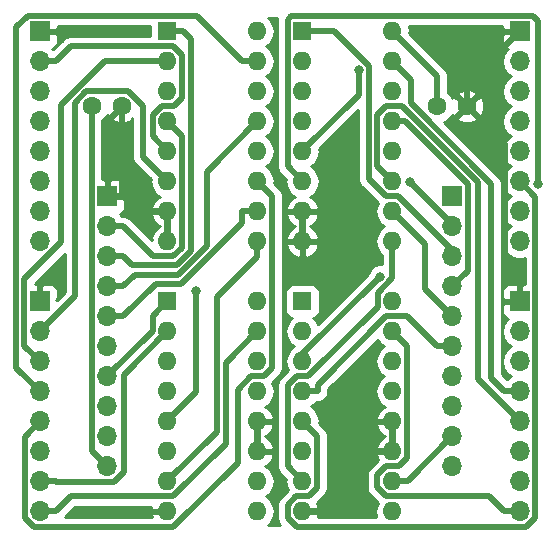
<source format=gbr>
G04 #@! TF.GenerationSoftware,KiCad,Pcbnew,(5.0.1-3-g963ef8bb5)*
G04 #@! TF.CreationDate,2019-11-01T03:37:21+09:00*
G04 #@! TF.ProjectId,DDAC8SEXT,4444414338534558542E6B696361645F,rev?*
G04 #@! TF.SameCoordinates,Original*
G04 #@! TF.FileFunction,Copper,L2,Bot,Signal*
G04 #@! TF.FilePolarity,Positive*
%FSLAX46Y46*%
G04 Gerber Fmt 4.6, Leading zero omitted, Abs format (unit mm)*
G04 Created by KiCad (PCBNEW (5.0.1-3-g963ef8bb5)) date 2019 November 01, Friday 03:37:21*
%MOMM*%
%LPD*%
G01*
G04 APERTURE LIST*
G04 #@! TA.AperFunction,ComponentPad*
%ADD10C,1.600000*%
G04 #@! TD*
G04 #@! TA.AperFunction,ComponentPad*
%ADD11R,1.700000X1.700000*%
G04 #@! TD*
G04 #@! TA.AperFunction,ComponentPad*
%ADD12O,1.700000X1.700000*%
G04 #@! TD*
G04 #@! TA.AperFunction,ComponentPad*
%ADD13R,1.600000X1.600000*%
G04 #@! TD*
G04 #@! TA.AperFunction,ComponentPad*
%ADD14O,1.600000X1.600000*%
G04 #@! TD*
G04 #@! TA.AperFunction,ViaPad*
%ADD15C,0.800000*%
G04 #@! TD*
G04 #@! TA.AperFunction,Conductor*
%ADD16C,0.500000*%
G04 #@! TD*
G04 #@! TA.AperFunction,Conductor*
%ADD17C,0.254000*%
G04 #@! TD*
G04 APERTURE END LIST*
D10*
G04 #@! TO.P,C1,1*
G04 #@! TO.N,+5V*
X100965000Y-83185000D03*
G04 #@! TO.P,C1,2*
G04 #@! TO.N,GND*
X103465000Y-83185000D03*
G04 #@! TD*
G04 #@! TO.P,C2,2*
G04 #@! TO.N,GND*
X132675000Y-83185000D03*
G04 #@! TO.P,C2,1*
G04 #@! TO.N,+5V*
X130175000Y-83185000D03*
G04 #@! TD*
D11*
G04 #@! TO.P,J1,1*
G04 #@! TO.N,GND*
X102235000Y-90805000D03*
D12*
G04 #@! TO.P,J1,2*
G04 #@! TO.N,/L0*
X102235000Y-93345000D03*
G04 #@! TO.P,J1,3*
G04 #@! TO.N,/L1*
X102235000Y-95885000D03*
G04 #@! TO.P,J1,4*
G04 #@! TO.N,/L2*
X102235000Y-98425000D03*
G04 #@! TO.P,J1,5*
G04 #@! TO.N,/L3*
X102235000Y-100965000D03*
G04 #@! TO.P,J1,6*
G04 #@! TO.N,/L4*
X102235000Y-103505000D03*
G04 #@! TO.P,J1,7*
G04 #@! TO.N,/L5*
X102235000Y-106045000D03*
G04 #@! TO.P,J1,8*
G04 #@! TO.N,/L6*
X102235000Y-108585000D03*
G04 #@! TO.P,J1,9*
G04 #@! TO.N,/L7*
X102235000Y-111125000D03*
G04 #@! TO.P,J1,10*
G04 #@! TO.N,+5V*
X102235000Y-113665000D03*
G04 #@! TD*
D11*
G04 #@! TO.P,J2,1*
G04 #@! TO.N,GND*
X96520000Y-76835000D03*
D12*
G04 #@! TO.P,J2,2*
G04 #@! TO.N,/A0*
X96520000Y-79375000D03*
G04 #@! TO.P,J2,3*
G04 #@! TO.N,/A1*
X96520000Y-81915000D03*
G04 #@! TO.P,J2,4*
G04 #@! TO.N,/A2*
X96520000Y-84455000D03*
G04 #@! TO.P,J2,5*
G04 #@! TO.N,/A3*
X96520000Y-86995000D03*
G04 #@! TO.P,J2,6*
G04 #@! TO.N,/A4*
X96520000Y-89535000D03*
G04 #@! TO.P,J2,7*
G04 #@! TO.N,/A5*
X96520000Y-92075000D03*
G04 #@! TO.P,J2,8*
G04 #@! TO.N,/A6*
X96520000Y-94615000D03*
G04 #@! TD*
G04 #@! TO.P,J3,8*
G04 #@! TO.N,/B6*
X96520000Y-117475000D03*
G04 #@! TO.P,J3,7*
G04 #@! TO.N,/B5*
X96520000Y-114935000D03*
G04 #@! TO.P,J3,6*
G04 #@! TO.N,/B4*
X96520000Y-112395000D03*
G04 #@! TO.P,J3,5*
G04 #@! TO.N,/B3*
X96520000Y-109855000D03*
G04 #@! TO.P,J3,4*
G04 #@! TO.N,/B2*
X96520000Y-107315000D03*
G04 #@! TO.P,J3,3*
G04 #@! TO.N,/B1*
X96520000Y-104775000D03*
G04 #@! TO.P,J3,2*
G04 #@! TO.N,/B0*
X96520000Y-102235000D03*
D11*
G04 #@! TO.P,J3,1*
G04 #@! TO.N,GND*
X96520000Y-99695000D03*
G04 #@! TD*
D12*
G04 #@! TO.P,J4,10*
G04 #@! TO.N,+5V*
X131445000Y-113665000D03*
G04 #@! TO.P,J4,9*
G04 #@! TO.N,/R7*
X131445000Y-111125000D03*
G04 #@! TO.P,J4,8*
G04 #@! TO.N,/R6*
X131445000Y-108585000D03*
G04 #@! TO.P,J4,7*
G04 #@! TO.N,/R5*
X131445000Y-106045000D03*
G04 #@! TO.P,J4,6*
G04 #@! TO.N,/R4*
X131445000Y-103505000D03*
G04 #@! TO.P,J4,5*
G04 #@! TO.N,/R3*
X131445000Y-100965000D03*
G04 #@! TO.P,J4,4*
G04 #@! TO.N,/R2*
X131445000Y-98425000D03*
G04 #@! TO.P,J4,3*
G04 #@! TO.N,/R1*
X131445000Y-95885000D03*
G04 #@! TO.P,J4,2*
G04 #@! TO.N,/R0*
X131445000Y-93345000D03*
D11*
G04 #@! TO.P,J4,1*
G04 #@! TO.N,GND*
X131445000Y-90805000D03*
G04 #@! TD*
G04 #@! TO.P,J5,1*
G04 #@! TO.N,GND*
X137160000Y-76835000D03*
D12*
G04 #@! TO.P,J5,2*
G04 #@! TO.N,/C0*
X137160000Y-79375000D03*
G04 #@! TO.P,J5,3*
G04 #@! TO.N,/C1*
X137160000Y-81915000D03*
G04 #@! TO.P,J5,4*
G04 #@! TO.N,/C2*
X137160000Y-84455000D03*
G04 #@! TO.P,J5,5*
G04 #@! TO.N,/C3*
X137160000Y-86995000D03*
G04 #@! TO.P,J5,6*
G04 #@! TO.N,/C4*
X137160000Y-89535000D03*
G04 #@! TO.P,J5,7*
G04 #@! TO.N,/C5*
X137160000Y-92075000D03*
G04 #@! TO.P,J5,8*
G04 #@! TO.N,/C6*
X137160000Y-94615000D03*
G04 #@! TD*
G04 #@! TO.P,J6,8*
G04 #@! TO.N,/D6*
X137160000Y-117475000D03*
G04 #@! TO.P,J6,7*
G04 #@! TO.N,/D5*
X137160000Y-114935000D03*
G04 #@! TO.P,J6,6*
G04 #@! TO.N,/D4*
X137160000Y-112395000D03*
G04 #@! TO.P,J6,5*
G04 #@! TO.N,/D3*
X137160000Y-109855000D03*
G04 #@! TO.P,J6,4*
G04 #@! TO.N,/D2*
X137160000Y-107315000D03*
G04 #@! TO.P,J6,3*
G04 #@! TO.N,/D1*
X137160000Y-104775000D03*
G04 #@! TO.P,J6,2*
G04 #@! TO.N,/D0*
X137160000Y-102235000D03*
D11*
G04 #@! TO.P,J6,1*
G04 #@! TO.N,GND*
X137160000Y-99695000D03*
G04 #@! TD*
D13*
G04 #@! TO.P,U1,1*
G04 #@! TO.N,/L1*
X107315000Y-76835000D03*
D14*
G04 #@! TO.P,U1,9*
G04 #@! TO.N,/LC*
X114935000Y-94615000D03*
G04 #@! TO.P,U1,2*
G04 #@! TO.N,/B1*
X107315000Y-79375000D03*
G04 #@! TO.P,U1,10*
G04 #@! TO.N,/L3*
X114935000Y-92075000D03*
G04 #@! TO.P,U1,3*
G04 #@! TO.N,/A1*
X107315000Y-81915000D03*
G04 #@! TO.P,U1,11*
G04 #@! TO.N,/B3*
X114935000Y-89535000D03*
G04 #@! TO.P,U1,4*
G04 #@! TO.N,/L0*
X107315000Y-84455000D03*
G04 #@! TO.P,U1,12*
G04 #@! TO.N,/A3*
X114935000Y-86995000D03*
G04 #@! TO.P,U1,5*
G04 #@! TO.N,/A0*
X107315000Y-86995000D03*
G04 #@! TO.P,U1,13*
G04 #@! TO.N,/L2*
X114935000Y-84455000D03*
G04 #@! TO.P,U1,6*
G04 #@! TO.N,/B0*
X107315000Y-89535000D03*
G04 #@! TO.P,U1,14*
G04 #@! TO.N,/A2*
X114935000Y-81915000D03*
G04 #@! TO.P,U1,7*
G04 #@! TO.N,GND*
X107315000Y-92075000D03*
G04 #@! TO.P,U1,15*
G04 #@! TO.N,/B2*
X114935000Y-79375000D03*
G04 #@! TO.P,U1,8*
G04 #@! TO.N,GND*
X107315000Y-94615000D03*
G04 #@! TO.P,U1,16*
G04 #@! TO.N,+5V*
X114935000Y-76835000D03*
G04 #@! TD*
G04 #@! TO.P,U2,16*
G04 #@! TO.N,+5V*
X114935000Y-99695000D03*
G04 #@! TO.P,U2,8*
G04 #@! TO.N,GND*
X107315000Y-117475000D03*
G04 #@! TO.P,U2,15*
G04 #@! TO.N,/B6*
X114935000Y-102235000D03*
G04 #@! TO.P,U2,7*
G04 #@! TO.N,/LC*
X107315000Y-114935000D03*
G04 #@! TO.P,U2,14*
G04 #@! TO.N,/A6*
X114935000Y-104775000D03*
G04 #@! TO.P,U2,6*
G04 #@! TO.N,/B4*
X107315000Y-112395000D03*
G04 #@! TO.P,U2,13*
G04 #@! TO.N,/L6*
X114935000Y-107315000D03*
G04 #@! TO.P,U2,5*
G04 #@! TO.N,/A4*
X107315000Y-109855000D03*
G04 #@! TO.P,U2,12*
G04 #@! TO.N,GND*
X114935000Y-109855000D03*
G04 #@! TO.P,U2,4*
G04 #@! TO.N,/L4*
X107315000Y-107315000D03*
G04 #@! TO.P,U2,11*
G04 #@! TO.N,GND*
X114935000Y-112395000D03*
G04 #@! TO.P,U2,3*
G04 #@! TO.N,/A5*
X107315000Y-104775000D03*
G04 #@! TO.P,U2,10*
G04 #@! TO.N,/L7*
X114935000Y-114935000D03*
G04 #@! TO.P,U2,2*
G04 #@! TO.N,/B5*
X107315000Y-102235000D03*
G04 #@! TO.P,U2,9*
G04 #@! TO.N,N/C*
X114935000Y-117475000D03*
D13*
G04 #@! TO.P,U2,1*
G04 #@! TO.N,/L5*
X107315000Y-99695000D03*
G04 #@! TD*
G04 #@! TO.P,U3,1*
G04 #@! TO.N,/R1*
X118745000Y-76835000D03*
D14*
G04 #@! TO.P,U3,9*
G04 #@! TO.N,/RC*
X126365000Y-94615000D03*
G04 #@! TO.P,U3,2*
G04 #@! TO.N,/D1*
X118745000Y-79375000D03*
G04 #@! TO.P,U3,10*
G04 #@! TO.N,/R3*
X126365000Y-92075000D03*
G04 #@! TO.P,U3,3*
G04 #@! TO.N,/C1*
X118745000Y-81915000D03*
G04 #@! TO.P,U3,11*
G04 #@! TO.N,/D3*
X126365000Y-89535000D03*
G04 #@! TO.P,U3,4*
G04 #@! TO.N,/R0*
X118745000Y-84455000D03*
G04 #@! TO.P,U3,12*
G04 #@! TO.N,/C3*
X126365000Y-86995000D03*
G04 #@! TO.P,U3,5*
G04 #@! TO.N,/C0*
X118745000Y-86995000D03*
G04 #@! TO.P,U3,13*
G04 #@! TO.N,/R2*
X126365000Y-84455000D03*
G04 #@! TO.P,U3,6*
G04 #@! TO.N,/D0*
X118745000Y-89535000D03*
G04 #@! TO.P,U3,14*
G04 #@! TO.N,/C2*
X126365000Y-81915000D03*
G04 #@! TO.P,U3,7*
G04 #@! TO.N,GND*
X118745000Y-92075000D03*
G04 #@! TO.P,U3,15*
G04 #@! TO.N,/D2*
X126365000Y-79375000D03*
G04 #@! TO.P,U3,8*
G04 #@! TO.N,GND*
X118745000Y-94615000D03*
G04 #@! TO.P,U3,16*
G04 #@! TO.N,+5V*
X126365000Y-76835000D03*
G04 #@! TD*
G04 #@! TO.P,U4,16*
G04 #@! TO.N,+5V*
X126365000Y-99695000D03*
G04 #@! TO.P,U4,8*
G04 #@! TO.N,GND*
X118745000Y-117475000D03*
G04 #@! TO.P,U4,15*
G04 #@! TO.N,/D6*
X126365000Y-102235000D03*
G04 #@! TO.P,U4,7*
G04 #@! TO.N,/RC*
X118745000Y-114935000D03*
G04 #@! TO.P,U4,14*
G04 #@! TO.N,/C6*
X126365000Y-104775000D03*
G04 #@! TO.P,U4,6*
G04 #@! TO.N,/D4*
X118745000Y-112395000D03*
G04 #@! TO.P,U4,13*
G04 #@! TO.N,/R6*
X126365000Y-107315000D03*
G04 #@! TO.P,U4,5*
G04 #@! TO.N,/C4*
X118745000Y-109855000D03*
G04 #@! TO.P,U4,12*
G04 #@! TO.N,GND*
X126365000Y-109855000D03*
G04 #@! TO.P,U4,4*
G04 #@! TO.N,/R4*
X118745000Y-107315000D03*
G04 #@! TO.P,U4,11*
G04 #@! TO.N,GND*
X126365000Y-112395000D03*
G04 #@! TO.P,U4,3*
G04 #@! TO.N,/C5*
X118745000Y-104775000D03*
G04 #@! TO.P,U4,10*
G04 #@! TO.N,/R7*
X126365000Y-114935000D03*
G04 #@! TO.P,U4,2*
G04 #@! TO.N,/D5*
X118745000Y-102235000D03*
G04 #@! TO.P,U4,9*
G04 #@! TO.N,N/C*
X126365000Y-117475000D03*
D13*
G04 #@! TO.P,U4,1*
G04 #@! TO.N,/R5*
X118745000Y-99695000D03*
G04 #@! TD*
D15*
G04 #@! TO.N,/A4*
X109761300Y-98826500D03*
G04 #@! TO.N,/R0*
X127875000Y-89572100D03*
G04 #@! TO.N,/C0*
X123510400Y-80135900D03*
G04 #@! TO.N,/C5*
X125312600Y-97598900D03*
G04 #@! TO.N,/D0*
X138646800Y-89767700D03*
G04 #@! TD*
D16*
G04 #@! TO.N,+5V*
X130175000Y-83185000D02*
X130175000Y-80645000D01*
X130175000Y-80645000D02*
X126365000Y-76835000D01*
X100965000Y-83185000D02*
X100914700Y-83235300D01*
X100914700Y-83235300D02*
X100914700Y-112344700D01*
X100914700Y-112344700D02*
X102235000Y-113665000D01*
G04 #@! TO.N,GND*
X137160000Y-99695000D02*
X137160000Y-98345000D01*
X137160000Y-98345000D02*
X135859600Y-97044600D01*
X135859600Y-97044600D02*
X135859600Y-86369600D01*
X135859600Y-86369600D02*
X132675000Y-83185000D01*
X114935000Y-112395000D02*
X114935000Y-109855000D01*
X118745000Y-94615000D02*
X118745000Y-92075000D01*
X137160000Y-76835000D02*
X132675000Y-81320000D01*
X132675000Y-81320000D02*
X132675000Y-83185000D01*
X125065000Y-112395000D02*
X120045000Y-117415000D01*
X120045000Y-117415000D02*
X120045000Y-117475000D01*
X107315000Y-92075000D02*
X106015000Y-92075000D01*
X126365000Y-112395000D02*
X125065000Y-112395000D01*
X118745000Y-117475000D02*
X120045000Y-117475000D01*
X126365000Y-112395000D02*
X126365000Y-111155000D01*
X103465000Y-90805000D02*
X102235000Y-90805000D01*
X106015000Y-92075000D02*
X104745000Y-90805000D01*
X104745000Y-90805000D02*
X103465000Y-90805000D01*
X103465000Y-90805000D02*
X103465000Y-83185000D01*
X126365000Y-109855000D02*
X126365000Y-111155000D01*
X107315000Y-94615000D02*
X107315000Y-92075000D01*
G04 #@! TO.N,/L0*
X102235000Y-93345000D02*
X103585000Y-93345000D01*
X107315000Y-84455000D02*
X108565400Y-85705400D01*
X108565400Y-85705400D02*
X108565400Y-95136500D01*
X108565400Y-95136500D02*
X107816900Y-95885000D01*
X107816900Y-95885000D02*
X106125000Y-95885000D01*
X106125000Y-95885000D02*
X103585000Y-93345000D01*
G04 #@! TO.N,/L1*
X103585000Y-95885000D02*
X104285400Y-96585400D01*
X104285400Y-96585400D02*
X108107000Y-96585400D01*
X108107000Y-96585400D02*
X109286000Y-95406400D01*
X109286000Y-95406400D02*
X109286000Y-77506000D01*
X109286000Y-77506000D02*
X108615000Y-76835000D01*
X107315000Y-76835000D02*
X108615000Y-76835000D01*
X102235000Y-95885000D02*
X103585000Y-95885000D01*
G04 #@! TO.N,/L2*
X103585000Y-98425000D02*
X104539600Y-97470400D01*
X104539600Y-97470400D02*
X108212500Y-97470400D01*
X108212500Y-97470400D02*
X110686600Y-94996300D01*
X110686600Y-94996300D02*
X110686600Y-88703400D01*
X110686600Y-88703400D02*
X114935000Y-84455000D01*
X102235000Y-98425000D02*
X103585000Y-98425000D01*
G04 #@! TO.N,/L3*
X103585000Y-100965000D02*
X106334700Y-98215300D01*
X106334700Y-98215300D02*
X108458100Y-98215300D01*
X108458100Y-98215300D02*
X113635000Y-93038400D01*
X113635000Y-93038400D02*
X113635000Y-92075000D01*
X114935000Y-92075000D02*
X113635000Y-92075000D01*
X102235000Y-100965000D02*
X103585000Y-100965000D01*
G04 #@! TO.N,/L5*
X107315000Y-99695000D02*
X106064600Y-100945400D01*
X106064600Y-100945400D02*
X106064600Y-102215400D01*
X106064600Y-102215400D02*
X102235000Y-106045000D01*
G04 #@! TO.N,/A0*
X96520000Y-79375000D02*
X97870000Y-79375000D01*
X107315000Y-86995000D02*
X106053600Y-85733600D01*
X106053600Y-85733600D02*
X106053600Y-83943800D01*
X106053600Y-83943800D02*
X106812400Y-83185000D01*
X106812400Y-83185000D02*
X107839400Y-83185000D01*
X107839400Y-83185000D02*
X108585000Y-82439400D01*
X108585000Y-82439400D02*
X108585000Y-78867500D01*
X108585000Y-78867500D02*
X107822600Y-78105100D01*
X107822600Y-78105100D02*
X99139900Y-78105100D01*
X99139900Y-78105100D02*
X97870000Y-79375000D01*
G04 #@! TO.N,/A4*
X107315000Y-109855000D02*
X109761300Y-107408700D01*
X109761300Y-107408700D02*
X109761300Y-98826500D01*
G04 #@! TO.N,/B6*
X114935000Y-102235000D02*
X112231000Y-104939000D01*
X112231000Y-104939000D02*
X112231000Y-111787800D01*
X112231000Y-111787800D02*
X107813800Y-116205000D01*
X107813800Y-116205000D02*
X99140000Y-116205000D01*
X99140000Y-116205000D02*
X97870000Y-117475000D01*
X96520000Y-117475000D02*
X97870000Y-117475000D01*
G04 #@! TO.N,/B5*
X107315000Y-102235000D02*
X103594600Y-105955400D01*
X103594600Y-105955400D02*
X103594600Y-114148400D01*
X103594600Y-114148400D02*
X102769500Y-114973500D01*
X102769500Y-114973500D02*
X97908500Y-114973500D01*
X97908500Y-114973500D02*
X97870000Y-114935000D01*
X96520000Y-114935000D02*
X97870000Y-114935000D01*
G04 #@! TO.N,/B3*
X114935000Y-89535000D02*
X116185400Y-90785400D01*
X116185400Y-90785400D02*
X116185400Y-105325000D01*
X116185400Y-105325000D02*
X115465400Y-106045000D01*
X115465400Y-106045000D02*
X114409100Y-106045000D01*
X114409100Y-106045000D02*
X113281400Y-107172700D01*
X113281400Y-107172700D02*
X113281400Y-113346800D01*
X113281400Y-113346800D02*
X107819500Y-118808700D01*
X107819500Y-118808700D02*
X95995600Y-118808700D01*
X95995600Y-118808700D02*
X95217300Y-118030400D01*
X95217300Y-118030400D02*
X95217300Y-111157700D01*
X95217300Y-111157700D02*
X96520000Y-109855000D01*
G04 #@! TO.N,/B2*
X113635000Y-79375000D02*
X109794600Y-75534600D01*
X109794600Y-75534600D02*
X95467600Y-75534600D01*
X95467600Y-75534600D02*
X94506100Y-76496100D01*
X94506100Y-76496100D02*
X94506100Y-105301100D01*
X94506100Y-105301100D02*
X96520000Y-107315000D01*
X114935000Y-79375000D02*
X113635000Y-79375000D01*
G04 #@! TO.N,/B1*
X107315000Y-79375000D02*
X102013000Y-79375000D01*
X102013000Y-79375000D02*
X98335900Y-83052100D01*
X98335900Y-83052100D02*
X98335900Y-94699200D01*
X98335900Y-94699200D02*
X95206500Y-97828600D01*
X95206500Y-97828600D02*
X95206500Y-103461500D01*
X95206500Y-103461500D02*
X96520000Y-104775000D01*
G04 #@! TO.N,/B0*
X107315000Y-89535000D02*
X105216100Y-87436100D01*
X105216100Y-87436100D02*
X105216100Y-83141700D01*
X105216100Y-83141700D02*
X104000100Y-81925700D01*
X104000100Y-81925700D02*
X100452800Y-81925700D01*
X100452800Y-81925700D02*
X99501700Y-82876800D01*
X99501700Y-82876800D02*
X99501700Y-99253300D01*
X99501700Y-99253300D02*
X96520000Y-102235000D01*
G04 #@! TO.N,/R7*
X126365000Y-114935000D02*
X127665000Y-114935000D01*
X127665000Y-114935000D02*
X127665000Y-114905000D01*
X127665000Y-114905000D02*
X131445000Y-111125000D01*
G04 #@! TO.N,/R4*
X118745000Y-107315000D02*
X120045000Y-107315000D01*
X131445000Y-103505000D02*
X130095000Y-103505000D01*
X120045000Y-107315000D02*
X120045000Y-106777400D01*
X120045000Y-106777400D02*
X125857400Y-100965000D01*
X125857400Y-100965000D02*
X127555000Y-100965000D01*
X127555000Y-100965000D02*
X130095000Y-103505000D01*
G04 #@! TO.N,/R3*
X126365000Y-92075000D02*
X129158300Y-94868300D01*
X129158300Y-94868300D02*
X129158300Y-98678300D01*
X129158300Y-98678300D02*
X131445000Y-100965000D01*
G04 #@! TO.N,/R2*
X126365000Y-84455000D02*
X127437800Y-84455000D01*
X127437800Y-84455000D02*
X132769900Y-89787100D01*
X132769900Y-89787100D02*
X132769900Y-97100100D01*
X132769900Y-97100100D02*
X131445000Y-98425000D01*
G04 #@! TO.N,/R1*
X131445000Y-95885000D02*
X131445000Y-95379000D01*
X131445000Y-95379000D02*
X126871000Y-90805000D01*
X126871000Y-90805000D02*
X125824900Y-90805000D01*
X125824900Y-90805000D02*
X124353700Y-89333800D01*
X124353700Y-89333800D02*
X124353700Y-80495200D01*
X124353700Y-80495200D02*
X124360700Y-80488200D01*
X124360700Y-80488200D02*
X124360700Y-79783600D01*
X124360700Y-79783600D02*
X121412100Y-76835000D01*
X121412100Y-76835000D02*
X118745000Y-76835000D01*
G04 #@! TO.N,/R0*
X127875000Y-89572100D02*
X131445000Y-93142100D01*
X131445000Y-93142100D02*
X131445000Y-93345000D01*
G04 #@! TO.N,/C0*
X118745000Y-86995000D02*
X123510400Y-82229600D01*
X123510400Y-82229600D02*
X123510400Y-80135900D01*
G04 #@! TO.N,/C4*
X118745000Y-109855000D02*
X119995400Y-111105400D01*
X119995400Y-111105400D02*
X119995400Y-115484800D01*
X119995400Y-115484800D02*
X119275200Y-116205000D01*
X119275200Y-116205000D02*
X118232700Y-116205000D01*
X118232700Y-116205000D02*
X117479000Y-116958700D01*
X117479000Y-116958700D02*
X117479000Y-118015900D01*
X117479000Y-118015900D02*
X118270500Y-118807400D01*
X118270500Y-118807400D02*
X137675200Y-118807400D01*
X137675200Y-118807400D02*
X138461500Y-118021100D01*
X138461500Y-118021100D02*
X138461500Y-90836500D01*
X138461500Y-90836500D02*
X137160000Y-89535000D01*
G04 #@! TO.N,/C5*
X118745000Y-104775000D02*
X118745000Y-104166500D01*
X118745000Y-104166500D02*
X125312600Y-97598900D01*
G04 #@! TO.N,/D6*
X137160000Y-117475000D02*
X135810000Y-117475000D01*
X126365000Y-102235000D02*
X127615400Y-103485400D01*
X127615400Y-103485400D02*
X127615400Y-112944800D01*
X127615400Y-112944800D02*
X126895200Y-113665000D01*
X126895200Y-113665000D02*
X125832500Y-113665000D01*
X125832500Y-113665000D02*
X125069300Y-114428200D01*
X125069300Y-114428200D02*
X125069300Y-115448700D01*
X125069300Y-115448700D02*
X125825600Y-116205000D01*
X125825600Y-116205000D02*
X134540000Y-116205000D01*
X134540000Y-116205000D02*
X135810000Y-117475000D01*
G04 #@! TO.N,/D3*
X126365000Y-89535000D02*
X125054200Y-88224200D01*
X125054200Y-88224200D02*
X125054200Y-83939900D01*
X125054200Y-83939900D02*
X125828700Y-83165400D01*
X125828700Y-83165400D02*
X127154200Y-83165400D01*
X127154200Y-83165400D02*
X133603700Y-89614900D01*
X133603700Y-89614900D02*
X133603700Y-106298700D01*
X133603700Y-106298700D02*
X137160000Y-109855000D01*
G04 #@! TO.N,/D2*
X137160000Y-107315000D02*
X135810000Y-107315000D01*
X126365000Y-79375000D02*
X127905600Y-80915600D01*
X127905600Y-80915600D02*
X127905600Y-82926300D01*
X127905600Y-82926300D02*
X134714100Y-89734800D01*
X134714100Y-89734800D02*
X134714100Y-106219100D01*
X134714100Y-106219100D02*
X135810000Y-107315000D01*
G04 #@! TO.N,/D0*
X118745000Y-89535000D02*
X117483800Y-88273800D01*
X117483800Y-88273800D02*
X117483800Y-75830900D01*
X117483800Y-75830900D02*
X117780100Y-75534600D01*
X117780100Y-75534600D02*
X138249300Y-75534600D01*
X138249300Y-75534600D02*
X138646800Y-75932100D01*
X138646800Y-75932100D02*
X138646800Y-89767700D01*
G04 #@! TO.N,/LC*
X114935000Y-95915000D02*
X111530700Y-99319300D01*
X111530700Y-99319300D02*
X111530700Y-110719300D01*
X111530700Y-110719300D02*
X107315000Y-114935000D01*
X114935000Y-94615000D02*
X114935000Y-95915000D01*
G04 #@! TO.N,/RC*
X118745000Y-114935000D02*
X117478800Y-113668800D01*
X117478800Y-113668800D02*
X117478800Y-106808800D01*
X117478800Y-106808800D02*
X118242600Y-106045000D01*
X118242600Y-106045000D02*
X119245400Y-106045000D01*
X119245400Y-106045000D02*
X125112000Y-100178400D01*
X125112000Y-100178400D02*
X125112000Y-99002100D01*
X125112000Y-99002100D02*
X126365000Y-97749100D01*
X126365000Y-97749100D02*
X126365000Y-95915000D01*
X126365000Y-94615000D02*
X126365000Y-95915000D01*
G04 #@! TD*
D17*
G04 #@! TO.N,GND*
G36*
X116581463Y-75830900D02*
X116598801Y-75918066D01*
X116598800Y-88186639D01*
X116581463Y-88273800D01*
X116598800Y-88360961D01*
X116598800Y-88360964D01*
X116650148Y-88619109D01*
X116845751Y-88911849D01*
X116919647Y-88961225D01*
X117316983Y-89358561D01*
X117281887Y-89535000D01*
X117393260Y-90094909D01*
X117710423Y-90569577D01*
X118094108Y-90825947D01*
X117889866Y-90922611D01*
X117513959Y-91337577D01*
X117353096Y-91725961D01*
X117475085Y-91948000D01*
X118618000Y-91948000D01*
X118618000Y-91928000D01*
X118872000Y-91928000D01*
X118872000Y-91948000D01*
X120014915Y-91948000D01*
X120136904Y-91725961D01*
X119976041Y-91337577D01*
X119600134Y-90922611D01*
X119395892Y-90825947D01*
X119779577Y-90569577D01*
X120096740Y-90094909D01*
X120208113Y-89535000D01*
X120096740Y-88975091D01*
X119779577Y-88500423D01*
X119427242Y-88265000D01*
X119779577Y-88029577D01*
X120096740Y-87554909D01*
X120208113Y-86995000D01*
X120173017Y-86818561D01*
X123468701Y-83522878D01*
X123468700Y-89246639D01*
X123451363Y-89333800D01*
X123468700Y-89420961D01*
X123468700Y-89420964D01*
X123520048Y-89679109D01*
X123715651Y-89971849D01*
X123789547Y-90021225D01*
X125121468Y-91353147D01*
X125013260Y-91515091D01*
X124901887Y-92075000D01*
X125013260Y-92634909D01*
X125330423Y-93109577D01*
X125682758Y-93345000D01*
X125330423Y-93580423D01*
X125013260Y-94055091D01*
X124901887Y-94615000D01*
X125013260Y-95174909D01*
X125330423Y-95649577D01*
X125480001Y-95749522D01*
X125480001Y-96563900D01*
X125106726Y-96563900D01*
X124726320Y-96721469D01*
X124435169Y-97012620D01*
X124285170Y-97374752D01*
X120051915Y-101608006D01*
X119779577Y-101200423D01*
X119658894Y-101119785D01*
X119792765Y-101093157D01*
X120002809Y-100952809D01*
X120143157Y-100742765D01*
X120192440Y-100495000D01*
X120192440Y-98895000D01*
X120143157Y-98647235D01*
X120002809Y-98437191D01*
X119792765Y-98296843D01*
X119545000Y-98247560D01*
X117945000Y-98247560D01*
X117697235Y-98296843D01*
X117487191Y-98437191D01*
X117346843Y-98647235D01*
X117297560Y-98895000D01*
X117297560Y-100495000D01*
X117346843Y-100742765D01*
X117487191Y-100952809D01*
X117697235Y-101093157D01*
X117831106Y-101119785D01*
X117710423Y-101200423D01*
X117393260Y-101675091D01*
X117281887Y-102235000D01*
X117393260Y-102794909D01*
X117710423Y-103269577D01*
X118062758Y-103505000D01*
X117710423Y-103740423D01*
X117393260Y-104215091D01*
X117281887Y-104775000D01*
X117393260Y-105334909D01*
X117516568Y-105519453D01*
X116914645Y-106121377D01*
X116840752Y-106170751D01*
X116791378Y-106244644D01*
X116791376Y-106244646D01*
X116645148Y-106463491D01*
X116576463Y-106808800D01*
X116593801Y-106895965D01*
X116593800Y-113581639D01*
X116576463Y-113668800D01*
X116593800Y-113755961D01*
X116593800Y-113755964D01*
X116645148Y-114014109D01*
X116840751Y-114306849D01*
X116914647Y-114356225D01*
X117316983Y-114758561D01*
X117281887Y-114935000D01*
X117393260Y-115494909D01*
X117512603Y-115673518D01*
X116914847Y-116271275D01*
X116840951Y-116320651D01*
X116645348Y-116613391D01*
X116594000Y-116871536D01*
X116594000Y-116871539D01*
X116576663Y-116958700D01*
X116594000Y-117045861D01*
X116594001Y-117928735D01*
X116576663Y-118015900D01*
X116645348Y-118361209D01*
X116791576Y-118580054D01*
X116791578Y-118580056D01*
X116816932Y-118618000D01*
X115807311Y-118618000D01*
X115969577Y-118509577D01*
X116286740Y-118034909D01*
X116398113Y-117475000D01*
X116286740Y-116915091D01*
X115969577Y-116440423D01*
X115617242Y-116205000D01*
X115969577Y-115969577D01*
X116286740Y-115494909D01*
X116398113Y-114935000D01*
X116286740Y-114375091D01*
X115969577Y-113900423D01*
X115585892Y-113644053D01*
X115790134Y-113547389D01*
X116166041Y-113132423D01*
X116326904Y-112744039D01*
X116204915Y-112522000D01*
X115062000Y-112522000D01*
X115062000Y-112542000D01*
X114808000Y-112542000D01*
X114808000Y-112522000D01*
X114788000Y-112522000D01*
X114788000Y-112268000D01*
X114808000Y-112268000D01*
X114808000Y-109982000D01*
X115062000Y-109982000D01*
X115062000Y-112268000D01*
X116204915Y-112268000D01*
X116326904Y-112045961D01*
X116166041Y-111657577D01*
X115790134Y-111242611D01*
X115541633Y-111125000D01*
X115790134Y-111007389D01*
X116166041Y-110592423D01*
X116326904Y-110204039D01*
X116204915Y-109982000D01*
X115062000Y-109982000D01*
X114808000Y-109982000D01*
X114788000Y-109982000D01*
X114788000Y-109728000D01*
X114808000Y-109728000D01*
X114808000Y-109708000D01*
X115062000Y-109708000D01*
X115062000Y-109728000D01*
X116204915Y-109728000D01*
X116326904Y-109505961D01*
X116166041Y-109117577D01*
X115790134Y-108702611D01*
X115585892Y-108605947D01*
X115969577Y-108349577D01*
X116286740Y-107874909D01*
X116398113Y-107315000D01*
X116286740Y-106755091D01*
X116174647Y-106587331D01*
X116749556Y-106012423D01*
X116823449Y-105963049D01*
X116882241Y-105875062D01*
X117019052Y-105670310D01*
X117027781Y-105626424D01*
X117070400Y-105412165D01*
X117070400Y-105412161D01*
X117087737Y-105325000D01*
X117070400Y-105237839D01*
X117070400Y-94964039D01*
X117353096Y-94964039D01*
X117513959Y-95352423D01*
X117889866Y-95767389D01*
X118395959Y-96006914D01*
X118618000Y-95885629D01*
X118618000Y-94742000D01*
X118872000Y-94742000D01*
X118872000Y-95885629D01*
X119094041Y-96006914D01*
X119600134Y-95767389D01*
X119976041Y-95352423D01*
X120136904Y-94964039D01*
X120014915Y-94742000D01*
X118872000Y-94742000D01*
X118618000Y-94742000D01*
X117475085Y-94742000D01*
X117353096Y-94964039D01*
X117070400Y-94964039D01*
X117070400Y-92424039D01*
X117353096Y-92424039D01*
X117513959Y-92812423D01*
X117889866Y-93227389D01*
X118138367Y-93345000D01*
X117889866Y-93462611D01*
X117513959Y-93877577D01*
X117353096Y-94265961D01*
X117475085Y-94488000D01*
X118618000Y-94488000D01*
X118618000Y-92202000D01*
X118872000Y-92202000D01*
X118872000Y-94488000D01*
X120014915Y-94488000D01*
X120136904Y-94265961D01*
X119976041Y-93877577D01*
X119600134Y-93462611D01*
X119351633Y-93345000D01*
X119600134Y-93227389D01*
X119976041Y-92812423D01*
X120136904Y-92424039D01*
X120014915Y-92202000D01*
X118872000Y-92202000D01*
X118618000Y-92202000D01*
X117475085Y-92202000D01*
X117353096Y-92424039D01*
X117070400Y-92424039D01*
X117070400Y-90872561D01*
X117087737Y-90785400D01*
X117070400Y-90698239D01*
X117070400Y-90698235D01*
X117019052Y-90440090D01*
X116974123Y-90372849D01*
X116872824Y-90221245D01*
X116872823Y-90221244D01*
X116823449Y-90147351D01*
X116749556Y-90097977D01*
X116363017Y-89711439D01*
X116398113Y-89535000D01*
X116286740Y-88975091D01*
X115969577Y-88500423D01*
X115617242Y-88265000D01*
X115969577Y-88029577D01*
X116286740Y-87554909D01*
X116398113Y-86995000D01*
X116286740Y-86435091D01*
X115969577Y-85960423D01*
X115617242Y-85725000D01*
X115969577Y-85489577D01*
X116286740Y-85014909D01*
X116398113Y-84455000D01*
X116286740Y-83895091D01*
X115969577Y-83420423D01*
X115617242Y-83185000D01*
X115969577Y-82949577D01*
X116286740Y-82474909D01*
X116398113Y-81915000D01*
X116286740Y-81355091D01*
X115969577Y-80880423D01*
X115617242Y-80645000D01*
X115969577Y-80409577D01*
X116286740Y-79934909D01*
X116398113Y-79375000D01*
X116286740Y-78815091D01*
X115969577Y-78340423D01*
X115617242Y-78105000D01*
X115969577Y-77869577D01*
X116286740Y-77394909D01*
X116398113Y-76835000D01*
X116286740Y-76275091D01*
X115969577Y-75800423D01*
X115807311Y-75692000D01*
X116609092Y-75692000D01*
X116581463Y-75830900D01*
X116581463Y-75830900D01*
G37*
X116581463Y-75830900D02*
X116598801Y-75918066D01*
X116598800Y-88186639D01*
X116581463Y-88273800D01*
X116598800Y-88360961D01*
X116598800Y-88360964D01*
X116650148Y-88619109D01*
X116845751Y-88911849D01*
X116919647Y-88961225D01*
X117316983Y-89358561D01*
X117281887Y-89535000D01*
X117393260Y-90094909D01*
X117710423Y-90569577D01*
X118094108Y-90825947D01*
X117889866Y-90922611D01*
X117513959Y-91337577D01*
X117353096Y-91725961D01*
X117475085Y-91948000D01*
X118618000Y-91948000D01*
X118618000Y-91928000D01*
X118872000Y-91928000D01*
X118872000Y-91948000D01*
X120014915Y-91948000D01*
X120136904Y-91725961D01*
X119976041Y-91337577D01*
X119600134Y-90922611D01*
X119395892Y-90825947D01*
X119779577Y-90569577D01*
X120096740Y-90094909D01*
X120208113Y-89535000D01*
X120096740Y-88975091D01*
X119779577Y-88500423D01*
X119427242Y-88265000D01*
X119779577Y-88029577D01*
X120096740Y-87554909D01*
X120208113Y-86995000D01*
X120173017Y-86818561D01*
X123468701Y-83522878D01*
X123468700Y-89246639D01*
X123451363Y-89333800D01*
X123468700Y-89420961D01*
X123468700Y-89420964D01*
X123520048Y-89679109D01*
X123715651Y-89971849D01*
X123789547Y-90021225D01*
X125121468Y-91353147D01*
X125013260Y-91515091D01*
X124901887Y-92075000D01*
X125013260Y-92634909D01*
X125330423Y-93109577D01*
X125682758Y-93345000D01*
X125330423Y-93580423D01*
X125013260Y-94055091D01*
X124901887Y-94615000D01*
X125013260Y-95174909D01*
X125330423Y-95649577D01*
X125480001Y-95749522D01*
X125480001Y-96563900D01*
X125106726Y-96563900D01*
X124726320Y-96721469D01*
X124435169Y-97012620D01*
X124285170Y-97374752D01*
X120051915Y-101608006D01*
X119779577Y-101200423D01*
X119658894Y-101119785D01*
X119792765Y-101093157D01*
X120002809Y-100952809D01*
X120143157Y-100742765D01*
X120192440Y-100495000D01*
X120192440Y-98895000D01*
X120143157Y-98647235D01*
X120002809Y-98437191D01*
X119792765Y-98296843D01*
X119545000Y-98247560D01*
X117945000Y-98247560D01*
X117697235Y-98296843D01*
X117487191Y-98437191D01*
X117346843Y-98647235D01*
X117297560Y-98895000D01*
X117297560Y-100495000D01*
X117346843Y-100742765D01*
X117487191Y-100952809D01*
X117697235Y-101093157D01*
X117831106Y-101119785D01*
X117710423Y-101200423D01*
X117393260Y-101675091D01*
X117281887Y-102235000D01*
X117393260Y-102794909D01*
X117710423Y-103269577D01*
X118062758Y-103505000D01*
X117710423Y-103740423D01*
X117393260Y-104215091D01*
X117281887Y-104775000D01*
X117393260Y-105334909D01*
X117516568Y-105519453D01*
X116914645Y-106121377D01*
X116840752Y-106170751D01*
X116791378Y-106244644D01*
X116791376Y-106244646D01*
X116645148Y-106463491D01*
X116576463Y-106808800D01*
X116593801Y-106895965D01*
X116593800Y-113581639D01*
X116576463Y-113668800D01*
X116593800Y-113755961D01*
X116593800Y-113755964D01*
X116645148Y-114014109D01*
X116840751Y-114306849D01*
X116914647Y-114356225D01*
X117316983Y-114758561D01*
X117281887Y-114935000D01*
X117393260Y-115494909D01*
X117512603Y-115673518D01*
X116914847Y-116271275D01*
X116840951Y-116320651D01*
X116645348Y-116613391D01*
X116594000Y-116871536D01*
X116594000Y-116871539D01*
X116576663Y-116958700D01*
X116594000Y-117045861D01*
X116594001Y-117928735D01*
X116576663Y-118015900D01*
X116645348Y-118361209D01*
X116791576Y-118580054D01*
X116791578Y-118580056D01*
X116816932Y-118618000D01*
X115807311Y-118618000D01*
X115969577Y-118509577D01*
X116286740Y-118034909D01*
X116398113Y-117475000D01*
X116286740Y-116915091D01*
X115969577Y-116440423D01*
X115617242Y-116205000D01*
X115969577Y-115969577D01*
X116286740Y-115494909D01*
X116398113Y-114935000D01*
X116286740Y-114375091D01*
X115969577Y-113900423D01*
X115585892Y-113644053D01*
X115790134Y-113547389D01*
X116166041Y-113132423D01*
X116326904Y-112744039D01*
X116204915Y-112522000D01*
X115062000Y-112522000D01*
X115062000Y-112542000D01*
X114808000Y-112542000D01*
X114808000Y-112522000D01*
X114788000Y-112522000D01*
X114788000Y-112268000D01*
X114808000Y-112268000D01*
X114808000Y-109982000D01*
X115062000Y-109982000D01*
X115062000Y-112268000D01*
X116204915Y-112268000D01*
X116326904Y-112045961D01*
X116166041Y-111657577D01*
X115790134Y-111242611D01*
X115541633Y-111125000D01*
X115790134Y-111007389D01*
X116166041Y-110592423D01*
X116326904Y-110204039D01*
X116204915Y-109982000D01*
X115062000Y-109982000D01*
X114808000Y-109982000D01*
X114788000Y-109982000D01*
X114788000Y-109728000D01*
X114808000Y-109728000D01*
X114808000Y-109708000D01*
X115062000Y-109708000D01*
X115062000Y-109728000D01*
X116204915Y-109728000D01*
X116326904Y-109505961D01*
X116166041Y-109117577D01*
X115790134Y-108702611D01*
X115585892Y-108605947D01*
X115969577Y-108349577D01*
X116286740Y-107874909D01*
X116398113Y-107315000D01*
X116286740Y-106755091D01*
X116174647Y-106587331D01*
X116749556Y-106012423D01*
X116823449Y-105963049D01*
X116882241Y-105875062D01*
X117019052Y-105670310D01*
X117027781Y-105626424D01*
X117070400Y-105412165D01*
X117070400Y-105412161D01*
X117087737Y-105325000D01*
X117070400Y-105237839D01*
X117070400Y-94964039D01*
X117353096Y-94964039D01*
X117513959Y-95352423D01*
X117889866Y-95767389D01*
X118395959Y-96006914D01*
X118618000Y-95885629D01*
X118618000Y-94742000D01*
X118872000Y-94742000D01*
X118872000Y-95885629D01*
X119094041Y-96006914D01*
X119600134Y-95767389D01*
X119976041Y-95352423D01*
X120136904Y-94964039D01*
X120014915Y-94742000D01*
X118872000Y-94742000D01*
X118618000Y-94742000D01*
X117475085Y-94742000D01*
X117353096Y-94964039D01*
X117070400Y-94964039D01*
X117070400Y-92424039D01*
X117353096Y-92424039D01*
X117513959Y-92812423D01*
X117889866Y-93227389D01*
X118138367Y-93345000D01*
X117889866Y-93462611D01*
X117513959Y-93877577D01*
X117353096Y-94265961D01*
X117475085Y-94488000D01*
X118618000Y-94488000D01*
X118618000Y-92202000D01*
X118872000Y-92202000D01*
X118872000Y-94488000D01*
X120014915Y-94488000D01*
X120136904Y-94265961D01*
X119976041Y-93877577D01*
X119600134Y-93462611D01*
X119351633Y-93345000D01*
X119600134Y-93227389D01*
X119976041Y-92812423D01*
X120136904Y-92424039D01*
X120014915Y-92202000D01*
X118872000Y-92202000D01*
X118618000Y-92202000D01*
X117475085Y-92202000D01*
X117353096Y-92424039D01*
X117070400Y-92424039D01*
X117070400Y-90872561D01*
X117087737Y-90785400D01*
X117070400Y-90698239D01*
X117070400Y-90698235D01*
X117019052Y-90440090D01*
X116974123Y-90372849D01*
X116872824Y-90221245D01*
X116872823Y-90221244D01*
X116823449Y-90147351D01*
X116749556Y-90097977D01*
X116363017Y-89711439D01*
X116398113Y-89535000D01*
X116286740Y-88975091D01*
X115969577Y-88500423D01*
X115617242Y-88265000D01*
X115969577Y-88029577D01*
X116286740Y-87554909D01*
X116398113Y-86995000D01*
X116286740Y-86435091D01*
X115969577Y-85960423D01*
X115617242Y-85725000D01*
X115969577Y-85489577D01*
X116286740Y-85014909D01*
X116398113Y-84455000D01*
X116286740Y-83895091D01*
X115969577Y-83420423D01*
X115617242Y-83185000D01*
X115969577Y-82949577D01*
X116286740Y-82474909D01*
X116398113Y-81915000D01*
X116286740Y-81355091D01*
X115969577Y-80880423D01*
X115617242Y-80645000D01*
X115969577Y-80409577D01*
X116286740Y-79934909D01*
X116398113Y-79375000D01*
X116286740Y-78815091D01*
X115969577Y-78340423D01*
X115617242Y-78105000D01*
X115969577Y-77869577D01*
X116286740Y-77394909D01*
X116398113Y-76835000D01*
X116286740Y-76275091D01*
X115969577Y-75800423D01*
X115807311Y-75692000D01*
X116609092Y-75692000D01*
X116581463Y-75830900D01*
G36*
X105923096Y-117125961D02*
X106045085Y-117348000D01*
X107188000Y-117348000D01*
X107188000Y-117328000D01*
X107442000Y-117328000D01*
X107442000Y-117348000D01*
X107462000Y-117348000D01*
X107462000Y-117602000D01*
X107442000Y-117602000D01*
X107442000Y-117622000D01*
X107188000Y-117622000D01*
X107188000Y-117602000D01*
X106045085Y-117602000D01*
X105923096Y-117824039D01*
X105964374Y-117923700D01*
X98672878Y-117923700D01*
X99506579Y-117090000D01*
X105937991Y-117090000D01*
X105923096Y-117125961D01*
X105923096Y-117125961D01*
G37*
X105923096Y-117125961D02*
X106045085Y-117348000D01*
X107188000Y-117348000D01*
X107188000Y-117328000D01*
X107442000Y-117328000D01*
X107442000Y-117348000D01*
X107462000Y-117348000D01*
X107462000Y-117602000D01*
X107442000Y-117602000D01*
X107442000Y-117622000D01*
X107188000Y-117622000D01*
X107188000Y-117602000D01*
X106045085Y-117602000D01*
X105923096Y-117824039D01*
X105964374Y-117923700D01*
X98672878Y-117923700D01*
X99506579Y-117090000D01*
X105937991Y-117090000D01*
X105923096Y-117125961D01*
G36*
X125330423Y-103269577D02*
X125682758Y-103505000D01*
X125330423Y-103740423D01*
X125013260Y-104215091D01*
X124901887Y-104775000D01*
X125013260Y-105334909D01*
X125330423Y-105809577D01*
X125682758Y-106045000D01*
X125330423Y-106280423D01*
X125013260Y-106755091D01*
X124901887Y-107315000D01*
X125013260Y-107874909D01*
X125330423Y-108349577D01*
X125714108Y-108605947D01*
X125509866Y-108702611D01*
X125133959Y-109117577D01*
X124973096Y-109505961D01*
X125095085Y-109728000D01*
X126238000Y-109728000D01*
X126238000Y-109708000D01*
X126492000Y-109708000D01*
X126492000Y-109728000D01*
X126512000Y-109728000D01*
X126512000Y-109982000D01*
X126492000Y-109982000D01*
X126492000Y-112268000D01*
X126512000Y-112268000D01*
X126512000Y-112522000D01*
X126492000Y-112522000D01*
X126492000Y-112542000D01*
X126238000Y-112542000D01*
X126238000Y-112522000D01*
X125095085Y-112522000D01*
X124973096Y-112744039D01*
X125127966Y-113117955D01*
X124505147Y-113740775D01*
X124431251Y-113790151D01*
X124235648Y-114082891D01*
X124184300Y-114341036D01*
X124184300Y-114341039D01*
X124166963Y-114428200D01*
X124184300Y-114515361D01*
X124184301Y-115361535D01*
X124166963Y-115448700D01*
X124235648Y-115794009D01*
X124381876Y-116012854D01*
X124381878Y-116012856D01*
X124431252Y-116086749D01*
X124505145Y-116136123D01*
X125121748Y-116752727D01*
X125013260Y-116915091D01*
X124901887Y-117475000D01*
X124990881Y-117922400D01*
X120096164Y-117922400D01*
X120136904Y-117824039D01*
X120014915Y-117602000D01*
X118872000Y-117602000D01*
X118872000Y-117622000D01*
X118618000Y-117622000D01*
X118618000Y-117602000D01*
X118598000Y-117602000D01*
X118598000Y-117348000D01*
X118618000Y-117348000D01*
X118618000Y-117328000D01*
X118872000Y-117328000D01*
X118872000Y-117348000D01*
X120014915Y-117348000D01*
X120136904Y-117125961D01*
X119981360Y-116750418D01*
X120559556Y-116172223D01*
X120633449Y-116122849D01*
X120688808Y-116040000D01*
X120829052Y-115830110D01*
X120847244Y-115738652D01*
X120880400Y-115571965D01*
X120880400Y-115571961D01*
X120897737Y-115484800D01*
X120880400Y-115397639D01*
X120880400Y-111192561D01*
X120897737Y-111105400D01*
X120880400Y-111018239D01*
X120880400Y-111018235D01*
X120829052Y-110760090D01*
X120801798Y-110719301D01*
X120682824Y-110541245D01*
X120682823Y-110541244D01*
X120633449Y-110467351D01*
X120559556Y-110417977D01*
X120345618Y-110204039D01*
X124973096Y-110204039D01*
X125133959Y-110592423D01*
X125509866Y-111007389D01*
X125758367Y-111125000D01*
X125509866Y-111242611D01*
X125133959Y-111657577D01*
X124973096Y-112045961D01*
X125095085Y-112268000D01*
X126238000Y-112268000D01*
X126238000Y-109982000D01*
X125095085Y-109982000D01*
X124973096Y-110204039D01*
X120345618Y-110204039D01*
X120173017Y-110031439D01*
X120208113Y-109855000D01*
X120096740Y-109295091D01*
X119779577Y-108820423D01*
X119427242Y-108585000D01*
X119779577Y-108349577D01*
X119879521Y-108200000D01*
X119957835Y-108200000D01*
X120045000Y-108217338D01*
X120132164Y-108200000D01*
X120132165Y-108200000D01*
X120390310Y-108148652D01*
X120683049Y-107953049D01*
X120878652Y-107660310D01*
X120921112Y-107446849D01*
X120930000Y-107402165D01*
X120930000Y-107402164D01*
X120947338Y-107315000D01*
X120930000Y-107227835D01*
X120930000Y-107143978D01*
X125119728Y-102954250D01*
X125330423Y-103269577D01*
X125330423Y-103269577D01*
G37*
X125330423Y-103269577D02*
X125682758Y-103505000D01*
X125330423Y-103740423D01*
X125013260Y-104215091D01*
X124901887Y-104775000D01*
X125013260Y-105334909D01*
X125330423Y-105809577D01*
X125682758Y-106045000D01*
X125330423Y-106280423D01*
X125013260Y-106755091D01*
X124901887Y-107315000D01*
X125013260Y-107874909D01*
X125330423Y-108349577D01*
X125714108Y-108605947D01*
X125509866Y-108702611D01*
X125133959Y-109117577D01*
X124973096Y-109505961D01*
X125095085Y-109728000D01*
X126238000Y-109728000D01*
X126238000Y-109708000D01*
X126492000Y-109708000D01*
X126492000Y-109728000D01*
X126512000Y-109728000D01*
X126512000Y-109982000D01*
X126492000Y-109982000D01*
X126492000Y-112268000D01*
X126512000Y-112268000D01*
X126512000Y-112522000D01*
X126492000Y-112522000D01*
X126492000Y-112542000D01*
X126238000Y-112542000D01*
X126238000Y-112522000D01*
X125095085Y-112522000D01*
X124973096Y-112744039D01*
X125127966Y-113117955D01*
X124505147Y-113740775D01*
X124431251Y-113790151D01*
X124235648Y-114082891D01*
X124184300Y-114341036D01*
X124184300Y-114341039D01*
X124166963Y-114428200D01*
X124184300Y-114515361D01*
X124184301Y-115361535D01*
X124166963Y-115448700D01*
X124235648Y-115794009D01*
X124381876Y-116012854D01*
X124381878Y-116012856D01*
X124431252Y-116086749D01*
X124505145Y-116136123D01*
X125121748Y-116752727D01*
X125013260Y-116915091D01*
X124901887Y-117475000D01*
X124990881Y-117922400D01*
X120096164Y-117922400D01*
X120136904Y-117824039D01*
X120014915Y-117602000D01*
X118872000Y-117602000D01*
X118872000Y-117622000D01*
X118618000Y-117622000D01*
X118618000Y-117602000D01*
X118598000Y-117602000D01*
X118598000Y-117348000D01*
X118618000Y-117348000D01*
X118618000Y-117328000D01*
X118872000Y-117328000D01*
X118872000Y-117348000D01*
X120014915Y-117348000D01*
X120136904Y-117125961D01*
X119981360Y-116750418D01*
X120559556Y-116172223D01*
X120633449Y-116122849D01*
X120688808Y-116040000D01*
X120829052Y-115830110D01*
X120847244Y-115738652D01*
X120880400Y-115571965D01*
X120880400Y-115571961D01*
X120897737Y-115484800D01*
X120880400Y-115397639D01*
X120880400Y-111192561D01*
X120897737Y-111105400D01*
X120880400Y-111018239D01*
X120880400Y-111018235D01*
X120829052Y-110760090D01*
X120801798Y-110719301D01*
X120682824Y-110541245D01*
X120682823Y-110541244D01*
X120633449Y-110467351D01*
X120559556Y-110417977D01*
X120345618Y-110204039D01*
X124973096Y-110204039D01*
X125133959Y-110592423D01*
X125509866Y-111007389D01*
X125758367Y-111125000D01*
X125509866Y-111242611D01*
X125133959Y-111657577D01*
X124973096Y-112045961D01*
X125095085Y-112268000D01*
X126238000Y-112268000D01*
X126238000Y-109982000D01*
X125095085Y-109982000D01*
X124973096Y-110204039D01*
X120345618Y-110204039D01*
X120173017Y-110031439D01*
X120208113Y-109855000D01*
X120096740Y-109295091D01*
X119779577Y-108820423D01*
X119427242Y-108585000D01*
X119779577Y-108349577D01*
X119879521Y-108200000D01*
X119957835Y-108200000D01*
X120045000Y-108217338D01*
X120132164Y-108200000D01*
X120132165Y-108200000D01*
X120390310Y-108148652D01*
X120683049Y-107953049D01*
X120878652Y-107660310D01*
X120921112Y-107446849D01*
X120930000Y-107402165D01*
X120930000Y-107402164D01*
X120947338Y-107315000D01*
X120930000Y-107227835D01*
X120930000Y-107143978D01*
X125119728Y-102954250D01*
X125330423Y-103269577D01*
G36*
X135675000Y-76549250D02*
X135833750Y-76708000D01*
X137033000Y-76708000D01*
X137033000Y-76688000D01*
X137287000Y-76688000D01*
X137287000Y-76708000D01*
X137307000Y-76708000D01*
X137307000Y-76962000D01*
X137287000Y-76962000D01*
X137287000Y-76982000D01*
X137033000Y-76982000D01*
X137033000Y-76962000D01*
X135833750Y-76962000D01*
X135675000Y-77120750D01*
X135675000Y-77811310D01*
X135771673Y-78044699D01*
X135950302Y-78223327D01*
X136111033Y-78289904D01*
X136089375Y-78304375D01*
X135761161Y-78795582D01*
X135645908Y-79375000D01*
X135761161Y-79954418D01*
X136089375Y-80445625D01*
X136387761Y-80645000D01*
X136089375Y-80844375D01*
X135761161Y-81335582D01*
X135645908Y-81915000D01*
X135761161Y-82494418D01*
X136089375Y-82985625D01*
X136387761Y-83185000D01*
X136089375Y-83384375D01*
X135761161Y-83875582D01*
X135645908Y-84455000D01*
X135761161Y-85034418D01*
X136089375Y-85525625D01*
X136387761Y-85725000D01*
X136089375Y-85924375D01*
X135761161Y-86415582D01*
X135645908Y-86995000D01*
X135761161Y-87574418D01*
X136089375Y-88065625D01*
X136387761Y-88265000D01*
X136089375Y-88464375D01*
X135761161Y-88955582D01*
X135645908Y-89535000D01*
X135761161Y-90114418D01*
X136089375Y-90605625D01*
X136387761Y-90805000D01*
X136089375Y-91004375D01*
X135761161Y-91495582D01*
X135645908Y-92075000D01*
X135761161Y-92654418D01*
X136089375Y-93145625D01*
X136387761Y-93345000D01*
X136089375Y-93544375D01*
X135761161Y-94035582D01*
X135645908Y-94615000D01*
X135761161Y-95194418D01*
X136089375Y-95685625D01*
X136580582Y-96013839D01*
X137013744Y-96100000D01*
X137306256Y-96100000D01*
X137576501Y-96046245D01*
X137576501Y-98210000D01*
X137445750Y-98210000D01*
X137287000Y-98368750D01*
X137287000Y-99568000D01*
X137307000Y-99568000D01*
X137307000Y-99822000D01*
X137287000Y-99822000D01*
X137287000Y-99842000D01*
X137033000Y-99842000D01*
X137033000Y-99822000D01*
X135833750Y-99822000D01*
X135675000Y-99980750D01*
X135675000Y-100671310D01*
X135771673Y-100904699D01*
X135950302Y-101083327D01*
X136111033Y-101149904D01*
X136089375Y-101164375D01*
X135761161Y-101655582D01*
X135645908Y-102235000D01*
X135761161Y-102814418D01*
X136089375Y-103305625D01*
X136387761Y-103505000D01*
X136089375Y-103704375D01*
X135761161Y-104195582D01*
X135645908Y-104775000D01*
X135761161Y-105354418D01*
X136089375Y-105845625D01*
X136387761Y-106045000D01*
X136089375Y-106244375D01*
X136049953Y-106303374D01*
X135599100Y-105852522D01*
X135599100Y-98718690D01*
X135675000Y-98718690D01*
X135675000Y-99409250D01*
X135833750Y-99568000D01*
X137033000Y-99568000D01*
X137033000Y-98368750D01*
X136874250Y-98210000D01*
X136183691Y-98210000D01*
X135950302Y-98306673D01*
X135771673Y-98485301D01*
X135675000Y-98718690D01*
X135599100Y-98718690D01*
X135599100Y-89821959D01*
X135616437Y-89734799D01*
X135599100Y-89647640D01*
X135599100Y-89647635D01*
X135547752Y-89389490D01*
X135414249Y-89189689D01*
X135401524Y-89170645D01*
X135401523Y-89170644D01*
X135352149Y-89096751D01*
X135278256Y-89047378D01*
X130736521Y-84505643D01*
X130987862Y-84401534D01*
X131196651Y-84192745D01*
X131846861Y-84192745D01*
X131920995Y-84438864D01*
X132458223Y-84631965D01*
X133028454Y-84604778D01*
X133429005Y-84438864D01*
X133503139Y-84192745D01*
X132675000Y-83364605D01*
X131846861Y-84192745D01*
X131196651Y-84192745D01*
X131391534Y-83997862D01*
X131418525Y-83932701D01*
X131421136Y-83939005D01*
X131667255Y-84013139D01*
X132495395Y-83185000D01*
X132854605Y-83185000D01*
X133682745Y-84013139D01*
X133928864Y-83939005D01*
X134121965Y-83401777D01*
X134094778Y-82831546D01*
X133928864Y-82430995D01*
X133682745Y-82356861D01*
X132854605Y-83185000D01*
X132495395Y-83185000D01*
X131667255Y-82356861D01*
X131421136Y-82430995D01*
X131418710Y-82437746D01*
X131391534Y-82372138D01*
X131196651Y-82177255D01*
X131846861Y-82177255D01*
X132675000Y-83005395D01*
X133503139Y-82177255D01*
X133429005Y-81931136D01*
X132891777Y-81738035D01*
X132321546Y-81765222D01*
X131920995Y-81931136D01*
X131846861Y-82177255D01*
X131196651Y-82177255D01*
X131060000Y-82040604D01*
X131060000Y-80732161D01*
X131077337Y-80645000D01*
X131060000Y-80557839D01*
X131060000Y-80557835D01*
X131008652Y-80299690D01*
X130908559Y-80149891D01*
X130862424Y-80080845D01*
X130862423Y-80080844D01*
X130813049Y-80006951D01*
X130739156Y-79957577D01*
X127793017Y-77011439D01*
X127828113Y-76835000D01*
X127745485Y-76419600D01*
X135675000Y-76419600D01*
X135675000Y-76549250D01*
X135675000Y-76549250D01*
G37*
X135675000Y-76549250D02*
X135833750Y-76708000D01*
X137033000Y-76708000D01*
X137033000Y-76688000D01*
X137287000Y-76688000D01*
X137287000Y-76708000D01*
X137307000Y-76708000D01*
X137307000Y-76962000D01*
X137287000Y-76962000D01*
X137287000Y-76982000D01*
X137033000Y-76982000D01*
X137033000Y-76962000D01*
X135833750Y-76962000D01*
X135675000Y-77120750D01*
X135675000Y-77811310D01*
X135771673Y-78044699D01*
X135950302Y-78223327D01*
X136111033Y-78289904D01*
X136089375Y-78304375D01*
X135761161Y-78795582D01*
X135645908Y-79375000D01*
X135761161Y-79954418D01*
X136089375Y-80445625D01*
X136387761Y-80645000D01*
X136089375Y-80844375D01*
X135761161Y-81335582D01*
X135645908Y-81915000D01*
X135761161Y-82494418D01*
X136089375Y-82985625D01*
X136387761Y-83185000D01*
X136089375Y-83384375D01*
X135761161Y-83875582D01*
X135645908Y-84455000D01*
X135761161Y-85034418D01*
X136089375Y-85525625D01*
X136387761Y-85725000D01*
X136089375Y-85924375D01*
X135761161Y-86415582D01*
X135645908Y-86995000D01*
X135761161Y-87574418D01*
X136089375Y-88065625D01*
X136387761Y-88265000D01*
X136089375Y-88464375D01*
X135761161Y-88955582D01*
X135645908Y-89535000D01*
X135761161Y-90114418D01*
X136089375Y-90605625D01*
X136387761Y-90805000D01*
X136089375Y-91004375D01*
X135761161Y-91495582D01*
X135645908Y-92075000D01*
X135761161Y-92654418D01*
X136089375Y-93145625D01*
X136387761Y-93345000D01*
X136089375Y-93544375D01*
X135761161Y-94035582D01*
X135645908Y-94615000D01*
X135761161Y-95194418D01*
X136089375Y-95685625D01*
X136580582Y-96013839D01*
X137013744Y-96100000D01*
X137306256Y-96100000D01*
X137576501Y-96046245D01*
X137576501Y-98210000D01*
X137445750Y-98210000D01*
X137287000Y-98368750D01*
X137287000Y-99568000D01*
X137307000Y-99568000D01*
X137307000Y-99822000D01*
X137287000Y-99822000D01*
X137287000Y-99842000D01*
X137033000Y-99842000D01*
X137033000Y-99822000D01*
X135833750Y-99822000D01*
X135675000Y-99980750D01*
X135675000Y-100671310D01*
X135771673Y-100904699D01*
X135950302Y-101083327D01*
X136111033Y-101149904D01*
X136089375Y-101164375D01*
X135761161Y-101655582D01*
X135645908Y-102235000D01*
X135761161Y-102814418D01*
X136089375Y-103305625D01*
X136387761Y-103505000D01*
X136089375Y-103704375D01*
X135761161Y-104195582D01*
X135645908Y-104775000D01*
X135761161Y-105354418D01*
X136089375Y-105845625D01*
X136387761Y-106045000D01*
X136089375Y-106244375D01*
X136049953Y-106303374D01*
X135599100Y-105852522D01*
X135599100Y-98718690D01*
X135675000Y-98718690D01*
X135675000Y-99409250D01*
X135833750Y-99568000D01*
X137033000Y-99568000D01*
X137033000Y-98368750D01*
X136874250Y-98210000D01*
X136183691Y-98210000D01*
X135950302Y-98306673D01*
X135771673Y-98485301D01*
X135675000Y-98718690D01*
X135599100Y-98718690D01*
X135599100Y-89821959D01*
X135616437Y-89734799D01*
X135599100Y-89647640D01*
X135599100Y-89647635D01*
X135547752Y-89389490D01*
X135414249Y-89189689D01*
X135401524Y-89170645D01*
X135401523Y-89170644D01*
X135352149Y-89096751D01*
X135278256Y-89047378D01*
X130736521Y-84505643D01*
X130987862Y-84401534D01*
X131196651Y-84192745D01*
X131846861Y-84192745D01*
X131920995Y-84438864D01*
X132458223Y-84631965D01*
X133028454Y-84604778D01*
X133429005Y-84438864D01*
X133503139Y-84192745D01*
X132675000Y-83364605D01*
X131846861Y-84192745D01*
X131196651Y-84192745D01*
X131391534Y-83997862D01*
X131418525Y-83932701D01*
X131421136Y-83939005D01*
X131667255Y-84013139D01*
X132495395Y-83185000D01*
X132854605Y-83185000D01*
X133682745Y-84013139D01*
X133928864Y-83939005D01*
X134121965Y-83401777D01*
X134094778Y-82831546D01*
X133928864Y-82430995D01*
X133682745Y-82356861D01*
X132854605Y-83185000D01*
X132495395Y-83185000D01*
X131667255Y-82356861D01*
X131421136Y-82430995D01*
X131418710Y-82437746D01*
X131391534Y-82372138D01*
X131196651Y-82177255D01*
X131846861Y-82177255D01*
X132675000Y-83005395D01*
X133503139Y-82177255D01*
X133429005Y-81931136D01*
X132891777Y-81738035D01*
X132321546Y-81765222D01*
X131920995Y-81931136D01*
X131846861Y-82177255D01*
X131196651Y-82177255D01*
X131060000Y-82040604D01*
X131060000Y-80732161D01*
X131077337Y-80645000D01*
X131060000Y-80557839D01*
X131060000Y-80557835D01*
X131008652Y-80299690D01*
X130908559Y-80149891D01*
X130862424Y-80080845D01*
X130862423Y-80080844D01*
X130813049Y-80006951D01*
X130739156Y-79957577D01*
X127793017Y-77011439D01*
X127828113Y-76835000D01*
X127745485Y-76419600D01*
X135675000Y-76419600D01*
X135675000Y-76549250D01*
G36*
X98616701Y-98886720D02*
X97935423Y-99567998D01*
X97846252Y-99567998D01*
X98005000Y-99409250D01*
X98005000Y-98718690D01*
X97908327Y-98485301D01*
X97729698Y-98306673D01*
X97496309Y-98210000D01*
X96805750Y-98210000D01*
X96647000Y-98368750D01*
X96647000Y-99568000D01*
X96667000Y-99568000D01*
X96667000Y-99822000D01*
X96647000Y-99822000D01*
X96647000Y-99842000D01*
X96393000Y-99842000D01*
X96393000Y-99822000D01*
X96373000Y-99822000D01*
X96373000Y-99568000D01*
X96393000Y-99568000D01*
X96393000Y-98368750D01*
X96234250Y-98210000D01*
X96091500Y-98210000D01*
X96091500Y-98195178D01*
X98616701Y-95669978D01*
X98616701Y-98886720D01*
X98616701Y-98886720D01*
G37*
X98616701Y-98886720D02*
X97935423Y-99567998D01*
X97846252Y-99567998D01*
X98005000Y-99409250D01*
X98005000Y-98718690D01*
X97908327Y-98485301D01*
X97729698Y-98306673D01*
X97496309Y-98210000D01*
X96805750Y-98210000D01*
X96647000Y-98368750D01*
X96647000Y-99568000D01*
X96667000Y-99568000D01*
X96667000Y-99822000D01*
X96647000Y-99822000D01*
X96647000Y-99842000D01*
X96393000Y-99842000D01*
X96393000Y-99822000D01*
X96373000Y-99822000D01*
X96373000Y-99568000D01*
X96393000Y-99568000D01*
X96393000Y-98368750D01*
X96234250Y-98210000D01*
X96091500Y-98210000D01*
X96091500Y-98195178D01*
X98616701Y-95669978D01*
X98616701Y-98886720D01*
G36*
X103658748Y-83170858D02*
X103644605Y-83185000D01*
X103658748Y-83199142D01*
X103479142Y-83378748D01*
X103465000Y-83364605D01*
X102636861Y-84192745D01*
X102710995Y-84438864D01*
X103248223Y-84631965D01*
X103818454Y-84604778D01*
X104219005Y-84438864D01*
X104293139Y-84192747D01*
X104331101Y-84230709D01*
X104331100Y-87348939D01*
X104313763Y-87436100D01*
X104331100Y-87523261D01*
X104331100Y-87523264D01*
X104382448Y-87781409D01*
X104578051Y-88074149D01*
X104651947Y-88123525D01*
X105886983Y-89358561D01*
X105851887Y-89535000D01*
X105963260Y-90094909D01*
X106280423Y-90569577D01*
X106664108Y-90825947D01*
X106459866Y-90922611D01*
X106083959Y-91337577D01*
X105923096Y-91725961D01*
X106045085Y-91948000D01*
X107188000Y-91948000D01*
X107188000Y-91928000D01*
X107442000Y-91928000D01*
X107442000Y-91948000D01*
X107462000Y-91948000D01*
X107462000Y-92202000D01*
X107442000Y-92202000D01*
X107442000Y-94488000D01*
X107462000Y-94488000D01*
X107462000Y-94742000D01*
X107442000Y-94742000D01*
X107442000Y-94762000D01*
X107188000Y-94762000D01*
X107188000Y-94742000D01*
X107168000Y-94742000D01*
X107168000Y-94488000D01*
X107188000Y-94488000D01*
X107188000Y-92202000D01*
X106045085Y-92202000D01*
X105923096Y-92424039D01*
X106083959Y-92812423D01*
X106459866Y-93227389D01*
X106708367Y-93345000D01*
X106459866Y-93462611D01*
X106083959Y-93877577D01*
X105923096Y-94265961D01*
X106045084Y-94487998D01*
X105979577Y-94487998D01*
X104272425Y-92780847D01*
X104223049Y-92706951D01*
X103930310Y-92511348D01*
X103672165Y-92460000D01*
X103672161Y-92460000D01*
X103585000Y-92442663D01*
X103497839Y-92460000D01*
X103429656Y-92460000D01*
X103305625Y-92274375D01*
X103283967Y-92259904D01*
X103444698Y-92193327D01*
X103623327Y-92014699D01*
X103720000Y-91781310D01*
X103720000Y-91090750D01*
X103561250Y-90932000D01*
X102362000Y-90932000D01*
X102362000Y-90952000D01*
X102108000Y-90952000D01*
X102108000Y-90932000D01*
X102088000Y-90932000D01*
X102088000Y-90678000D01*
X102108000Y-90678000D01*
X102108000Y-89478750D01*
X102362000Y-89478750D01*
X102362000Y-90678000D01*
X103561250Y-90678000D01*
X103720000Y-90519250D01*
X103720000Y-89828690D01*
X103623327Y-89595301D01*
X103444698Y-89416673D01*
X103211309Y-89320000D01*
X102520750Y-89320000D01*
X102362000Y-89478750D01*
X102108000Y-89478750D01*
X101949250Y-89320000D01*
X101799700Y-89320000D01*
X101799700Y-84379696D01*
X102181534Y-83997862D01*
X102208525Y-83932701D01*
X102211136Y-83939005D01*
X102457255Y-84013139D01*
X103285395Y-83185000D01*
X103271253Y-83170858D01*
X103450858Y-82991253D01*
X103465000Y-83005395D01*
X103479143Y-82991253D01*
X103658748Y-83170858D01*
X103658748Y-83170858D01*
G37*
X103658748Y-83170858D02*
X103644605Y-83185000D01*
X103658748Y-83199142D01*
X103479142Y-83378748D01*
X103465000Y-83364605D01*
X102636861Y-84192745D01*
X102710995Y-84438864D01*
X103248223Y-84631965D01*
X103818454Y-84604778D01*
X104219005Y-84438864D01*
X104293139Y-84192747D01*
X104331101Y-84230709D01*
X104331100Y-87348939D01*
X104313763Y-87436100D01*
X104331100Y-87523261D01*
X104331100Y-87523264D01*
X104382448Y-87781409D01*
X104578051Y-88074149D01*
X104651947Y-88123525D01*
X105886983Y-89358561D01*
X105851887Y-89535000D01*
X105963260Y-90094909D01*
X106280423Y-90569577D01*
X106664108Y-90825947D01*
X106459866Y-90922611D01*
X106083959Y-91337577D01*
X105923096Y-91725961D01*
X106045085Y-91948000D01*
X107188000Y-91948000D01*
X107188000Y-91928000D01*
X107442000Y-91928000D01*
X107442000Y-91948000D01*
X107462000Y-91948000D01*
X107462000Y-92202000D01*
X107442000Y-92202000D01*
X107442000Y-94488000D01*
X107462000Y-94488000D01*
X107462000Y-94742000D01*
X107442000Y-94742000D01*
X107442000Y-94762000D01*
X107188000Y-94762000D01*
X107188000Y-94742000D01*
X107168000Y-94742000D01*
X107168000Y-94488000D01*
X107188000Y-94488000D01*
X107188000Y-92202000D01*
X106045085Y-92202000D01*
X105923096Y-92424039D01*
X106083959Y-92812423D01*
X106459866Y-93227389D01*
X106708367Y-93345000D01*
X106459866Y-93462611D01*
X106083959Y-93877577D01*
X105923096Y-94265961D01*
X106045084Y-94487998D01*
X105979577Y-94487998D01*
X104272425Y-92780847D01*
X104223049Y-92706951D01*
X103930310Y-92511348D01*
X103672165Y-92460000D01*
X103672161Y-92460000D01*
X103585000Y-92442663D01*
X103497839Y-92460000D01*
X103429656Y-92460000D01*
X103305625Y-92274375D01*
X103283967Y-92259904D01*
X103444698Y-92193327D01*
X103623327Y-92014699D01*
X103720000Y-91781310D01*
X103720000Y-91090750D01*
X103561250Y-90932000D01*
X102362000Y-90932000D01*
X102362000Y-90952000D01*
X102108000Y-90952000D01*
X102108000Y-90932000D01*
X102088000Y-90932000D01*
X102088000Y-90678000D01*
X102108000Y-90678000D01*
X102108000Y-89478750D01*
X102362000Y-89478750D01*
X102362000Y-90678000D01*
X103561250Y-90678000D01*
X103720000Y-90519250D01*
X103720000Y-89828690D01*
X103623327Y-89595301D01*
X103444698Y-89416673D01*
X103211309Y-89320000D01*
X102520750Y-89320000D01*
X102362000Y-89478750D01*
X102108000Y-89478750D01*
X101949250Y-89320000D01*
X101799700Y-89320000D01*
X101799700Y-84379696D01*
X102181534Y-83997862D01*
X102208525Y-83932701D01*
X102211136Y-83939005D01*
X102457255Y-84013139D01*
X103285395Y-83185000D01*
X103271253Y-83170858D01*
X103450858Y-82991253D01*
X103465000Y-83005395D01*
X103479143Y-82991253D01*
X103658748Y-83170858D01*
G36*
X131572000Y-90678000D02*
X131592000Y-90678000D01*
X131592000Y-90932000D01*
X131572000Y-90932000D01*
X131572000Y-90952000D01*
X131318000Y-90952000D01*
X131318000Y-90932000D01*
X131298000Y-90932000D01*
X131298000Y-90678000D01*
X131318000Y-90678000D01*
X131318000Y-90658000D01*
X131572000Y-90658000D01*
X131572000Y-90678000D01*
X131572000Y-90678000D01*
G37*
X131572000Y-90678000D02*
X131592000Y-90678000D01*
X131592000Y-90932000D01*
X131572000Y-90932000D01*
X131572000Y-90952000D01*
X131318000Y-90952000D01*
X131318000Y-90932000D01*
X131298000Y-90932000D01*
X131298000Y-90678000D01*
X131318000Y-90678000D01*
X131318000Y-90658000D01*
X131572000Y-90658000D01*
X131572000Y-90678000D01*
G36*
X105867560Y-77220100D02*
X99227061Y-77220100D01*
X99139900Y-77202763D01*
X99052739Y-77220100D01*
X99052735Y-77220100D01*
X98794590Y-77271448D01*
X98575745Y-77417676D01*
X98575744Y-77417677D01*
X98501851Y-77467051D01*
X98452477Y-77540944D01*
X97630047Y-78363374D01*
X97590625Y-78304375D01*
X97568967Y-78289904D01*
X97729698Y-78223327D01*
X97908327Y-78044699D01*
X98005000Y-77811310D01*
X98005000Y-77120750D01*
X97846250Y-76962000D01*
X96647000Y-76962000D01*
X96647000Y-76982000D01*
X96393000Y-76982000D01*
X96393000Y-76962000D01*
X96373000Y-76962000D01*
X96373000Y-76708000D01*
X96393000Y-76708000D01*
X96393000Y-76688000D01*
X96647000Y-76688000D01*
X96647000Y-76708000D01*
X97846250Y-76708000D01*
X98005000Y-76549250D01*
X98005000Y-76419600D01*
X105867560Y-76419600D01*
X105867560Y-77220100D01*
X105867560Y-77220100D01*
G37*
X105867560Y-77220100D02*
X99227061Y-77220100D01*
X99139900Y-77202763D01*
X99052739Y-77220100D01*
X99052735Y-77220100D01*
X98794590Y-77271448D01*
X98575745Y-77417676D01*
X98575744Y-77417677D01*
X98501851Y-77467051D01*
X98452477Y-77540944D01*
X97630047Y-78363374D01*
X97590625Y-78304375D01*
X97568967Y-78289904D01*
X97729698Y-78223327D01*
X97908327Y-78044699D01*
X98005000Y-77811310D01*
X98005000Y-77120750D01*
X97846250Y-76962000D01*
X96647000Y-76962000D01*
X96647000Y-76982000D01*
X96393000Y-76982000D01*
X96393000Y-76962000D01*
X96373000Y-76962000D01*
X96373000Y-76708000D01*
X96393000Y-76708000D01*
X96393000Y-76688000D01*
X96647000Y-76688000D01*
X96647000Y-76708000D01*
X97846250Y-76708000D01*
X98005000Y-76549250D01*
X98005000Y-76419600D01*
X105867560Y-76419600D01*
X105867560Y-77220100D01*
G04 #@! TD*
M02*

</source>
